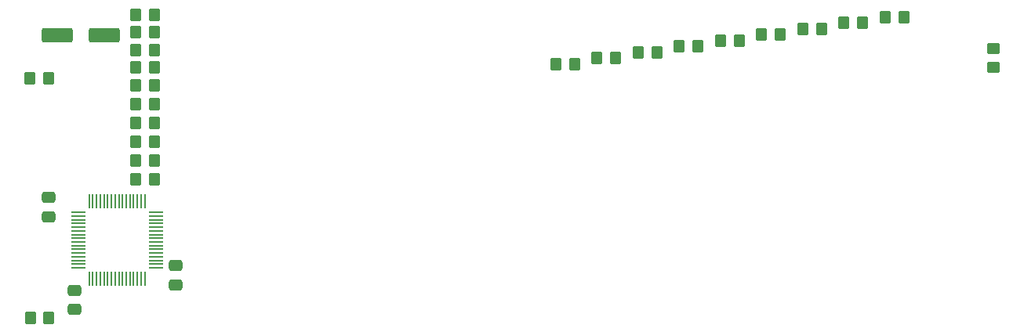
<source format=gtp>
G04 #@! TF.GenerationSoftware,KiCad,Pcbnew,9.0.5*
G04 #@! TF.CreationDate,2025-10-23T02:31:39+02:00*
G04 #@! TF.ProjectId,display-board,64697370-6c61-4792-9d62-6f6172642e6b,1.0a*
G04 #@! TF.SameCoordinates,Original*
G04 #@! TF.FileFunction,Paste,Top*
G04 #@! TF.FilePolarity,Positive*
%FSLAX46Y46*%
G04 Gerber Fmt 4.6, Leading zero omitted, Abs format (unit mm)*
G04 Created by KiCad (PCBNEW 9.0.5) date 2025-10-23 02:31:39*
%MOMM*%
%LPD*%
G01*
G04 APERTURE LIST*
G04 Aperture macros list*
%AMRoundRect*
0 Rectangle with rounded corners*
0 $1 Rounding radius*
0 $2 $3 $4 $5 $6 $7 $8 $9 X,Y pos of 4 corners*
0 Add a 4 corners polygon primitive as box body*
4,1,4,$2,$3,$4,$5,$6,$7,$8,$9,$2,$3,0*
0 Add four circle primitives for the rounded corners*
1,1,$1+$1,$2,$3*
1,1,$1+$1,$4,$5*
1,1,$1+$1,$6,$7*
1,1,$1+$1,$8,$9*
0 Add four rect primitives between the rounded corners*
20,1,$1+$1,$2,$3,$4,$5,0*
20,1,$1+$1,$4,$5,$6,$7,0*
20,1,$1+$1,$6,$7,$8,$9,0*
20,1,$1+$1,$8,$9,$2,$3,0*%
G04 Aperture macros list end*
%ADD10RoundRect,0.062500X-0.687500X-0.062500X0.687500X-0.062500X0.687500X0.062500X-0.687500X0.062500X0*%
%ADD11RoundRect,0.062500X-0.062500X-0.687500X0.062500X-0.687500X0.062500X0.687500X-0.062500X0.687500X0*%
%ADD12RoundRect,0.250000X-0.350000X-0.450000X0.350000X-0.450000X0.350000X0.450000X-0.350000X0.450000X0*%
%ADD13RoundRect,0.250000X1.412500X0.550000X-1.412500X0.550000X-1.412500X-0.550000X1.412500X-0.550000X0*%
%ADD14RoundRect,0.250000X0.350000X0.450000X-0.350000X0.450000X-0.350000X-0.450000X0.350000X-0.450000X0*%
%ADD15RoundRect,0.250000X-0.475000X0.337500X-0.475000X-0.337500X0.475000X-0.337500X0.475000X0.337500X0*%
%ADD16RoundRect,0.250000X-0.450000X0.350000X-0.450000X-0.350000X0.450000X-0.350000X0.450000X0.350000X0*%
%ADD17RoundRect,0.250000X0.475000X-0.337500X0.475000X0.337500X-0.475000X0.337500X-0.475000X-0.337500X0*%
G04 APERTURE END LIST*
D10*
X47640200Y-65804400D03*
X47640200Y-66204400D03*
X47640200Y-66604400D03*
X47640200Y-67004400D03*
X47640200Y-67404400D03*
X47640200Y-67804400D03*
X47640200Y-68204400D03*
X47640200Y-68604400D03*
X47640200Y-69004400D03*
X47640200Y-69404400D03*
X47640200Y-69804400D03*
X47640200Y-70204400D03*
X47640200Y-70604400D03*
X47640200Y-71004400D03*
X47640200Y-71404400D03*
X47640200Y-71804400D03*
D11*
X48815200Y-72979400D03*
X49215200Y-72979400D03*
X49615200Y-72979400D03*
X50015200Y-72979400D03*
X50415200Y-72979400D03*
X50815200Y-72979400D03*
X51215200Y-72979400D03*
X51615200Y-72979400D03*
X52015200Y-72979400D03*
X52415200Y-72979400D03*
X52815200Y-72979400D03*
X53215200Y-72979400D03*
X53615200Y-72979400D03*
X54015200Y-72979400D03*
X54415200Y-72979400D03*
X54815200Y-72979400D03*
D10*
X55990200Y-71804400D03*
X55990200Y-71404400D03*
X55990200Y-71004400D03*
X55990200Y-70604400D03*
X55990200Y-70204400D03*
X55990200Y-69804400D03*
X55990200Y-69404400D03*
X55990200Y-69004400D03*
X55990200Y-68604400D03*
X55990200Y-68204400D03*
X55990200Y-67804400D03*
X55990200Y-67404400D03*
X55990200Y-67004400D03*
X55990200Y-66604400D03*
X55990200Y-66204400D03*
X55990200Y-65804400D03*
D11*
X54815200Y-64629400D03*
X54415200Y-64629400D03*
X54015200Y-64629400D03*
X53615200Y-64629400D03*
X53215200Y-64629400D03*
X52815200Y-64629400D03*
X52415200Y-64629400D03*
X52015200Y-64629400D03*
X51615200Y-64629400D03*
X51215200Y-64629400D03*
X50815200Y-64629400D03*
X50415200Y-64629400D03*
X50015200Y-64629400D03*
X49615200Y-64629400D03*
X49215200Y-64629400D03*
X48815200Y-64629400D03*
D12*
X53863200Y-52040400D03*
X55863200Y-52040400D03*
D13*
X50404700Y-46654400D03*
X45329700Y-46654400D03*
D14*
X44417200Y-51278400D03*
X42417200Y-51278400D03*
D12*
X116982200Y-47214400D03*
X118982200Y-47214400D03*
D15*
X47243200Y-74243900D03*
X47243200Y-76318900D03*
D12*
X53847200Y-46325400D03*
X55847200Y-46325400D03*
X53847200Y-56104400D03*
X55847200Y-56104400D03*
X103647200Y-49119400D03*
X105647200Y-49119400D03*
D15*
X58165200Y-71576900D03*
X58165200Y-73651900D03*
D16*
X146430200Y-48119400D03*
X146430200Y-50119400D03*
D12*
X121427200Y-46579400D03*
X123427200Y-46579400D03*
X99202200Y-49754400D03*
X101202200Y-49754400D03*
X53847200Y-50135400D03*
X55847200Y-50135400D03*
D17*
X44449200Y-66285900D03*
X44449200Y-64210900D03*
D12*
X134762200Y-44674400D03*
X136762200Y-44674400D03*
X112537200Y-47849400D03*
X114537200Y-47849400D03*
X53863200Y-62200400D03*
X55863200Y-62200400D03*
X108092200Y-48484400D03*
X110092200Y-48484400D03*
X130317200Y-45309400D03*
X132317200Y-45309400D03*
X53847200Y-44420400D03*
X55847200Y-44420400D03*
X53847200Y-48230400D03*
X55847200Y-48230400D03*
X53863200Y-58136400D03*
X55863200Y-58136400D03*
D14*
X44449200Y-77186400D03*
X42449200Y-77186400D03*
D12*
X53863200Y-60168400D03*
X55863200Y-60168400D03*
X53847200Y-54072400D03*
X55847200Y-54072400D03*
X125872200Y-45944400D03*
X127872200Y-45944400D03*
M02*

</source>
